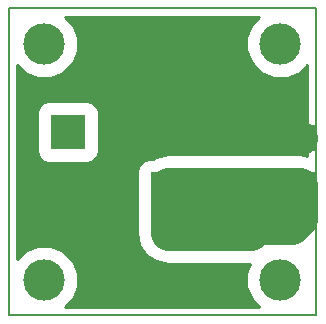
<source format=gtl>
G04 (created by PCBNEW (2013-mar-13)-testing) date Wed 05 Jun 2013 12:42:06 PM WEST*
%MOIN*%
G04 Gerber Fmt 3.4, Leading zero omitted, Abs format*
%FSLAX34Y34*%
G01*
G70*
G90*
G04 APERTURE LIST*
%ADD10C,0.005906*%
%ADD11C,0.137800*%
%ADD12R,0.118100X0.118100*%
%ADD13C,0.118100*%
%ADD14R,0.102362X0.086614*%
%ADD15R,0.118110X0.086614*%
%ADD16C,0.059055*%
%ADD17C,0.118110*%
%ADD18C,0.010000*%
G04 APERTURE END LIST*
G54D10*
X56692Y-29133D02*
X66929Y-29133D01*
X56692Y-39370D02*
X56692Y-29133D01*
X66929Y-39370D02*
X56692Y-39370D01*
X66929Y-39370D02*
X66929Y-29133D01*
G54D11*
X57874Y-38188D03*
X65748Y-38188D03*
X57874Y-30314D03*
X65748Y-30314D03*
G54D12*
X58661Y-33251D03*
G54D13*
X58661Y-35251D03*
G54D14*
X66417Y-35039D03*
X66417Y-33464D03*
G54D15*
X62007Y-35039D03*
X62007Y-33464D03*
G54D16*
X66141Y-36417D03*
X64763Y-36614D03*
X63385Y-36614D03*
X64763Y-35039D03*
X63385Y-35039D03*
X62007Y-36614D03*
X64763Y-32086D03*
X63385Y-32086D03*
X62007Y-32086D03*
X63385Y-33464D03*
X64763Y-33464D03*
G54D17*
X62007Y-35039D02*
X62007Y-35236D01*
X62007Y-35236D02*
X63385Y-36614D01*
X62007Y-35039D02*
X62007Y-36614D01*
X64763Y-35039D02*
X66141Y-36417D01*
X63385Y-35039D02*
X63385Y-35236D01*
X63385Y-35236D02*
X64763Y-36614D01*
X64763Y-36614D02*
X64763Y-35039D01*
X63385Y-36614D02*
X63385Y-35039D01*
X66141Y-36417D02*
X64960Y-36417D01*
X64960Y-36417D02*
X64763Y-36614D01*
X66417Y-35039D02*
X66417Y-36141D01*
X66417Y-36141D02*
X66141Y-36417D01*
X63385Y-36614D02*
X64763Y-36614D01*
X62007Y-36614D02*
X63385Y-36614D01*
X62007Y-35039D02*
X63385Y-35039D01*
X63385Y-35039D02*
X64763Y-35039D01*
X64763Y-35039D02*
X66417Y-35039D01*
X62007Y-35039D02*
X62007Y-35039D01*
X64763Y-33464D02*
X64763Y-32086D01*
X66417Y-33464D02*
X64763Y-33464D01*
X63385Y-33464D02*
X63385Y-32086D01*
X62007Y-33464D02*
X62007Y-32086D01*
X62007Y-33464D02*
X63385Y-33464D01*
X63385Y-33464D02*
X64763Y-33464D01*
X62007Y-33464D02*
X60433Y-33464D01*
X59826Y-35251D02*
X60334Y-34744D01*
X59826Y-35251D02*
X58661Y-35251D01*
X60334Y-33562D02*
X60334Y-34744D01*
X60433Y-33464D02*
X60334Y-33562D01*
G54D10*
G36*
X66649Y-34051D02*
X66417Y-34005D01*
X64763Y-34005D01*
X64763Y-34005D01*
X64763Y-34005D01*
X63385Y-34005D01*
X62007Y-34005D01*
X61612Y-34083D01*
X61494Y-34162D01*
X61329Y-34162D01*
X61165Y-34230D01*
X61041Y-34354D01*
X60973Y-34518D01*
X60973Y-34694D01*
X60973Y-35039D01*
X60973Y-35236D01*
X60973Y-35236D01*
X60973Y-35236D01*
X60973Y-35560D01*
X60973Y-36614D01*
X61052Y-37009D01*
X61276Y-37345D01*
X61612Y-37569D01*
X62007Y-37648D01*
X63385Y-37648D01*
X64746Y-37648D01*
X64615Y-37962D01*
X64615Y-38413D01*
X64787Y-38829D01*
X65047Y-39090D01*
X59695Y-39090D01*
X59695Y-33930D01*
X59695Y-33754D01*
X59695Y-32573D01*
X59628Y-32410D01*
X59503Y-32285D01*
X59340Y-32217D01*
X59163Y-32217D01*
X57982Y-32217D01*
X57819Y-32285D01*
X57694Y-32410D01*
X57627Y-32573D01*
X57627Y-32749D01*
X57627Y-33930D01*
X57694Y-34093D01*
X57819Y-34218D01*
X57982Y-34286D01*
X58159Y-34286D01*
X59340Y-34286D01*
X59503Y-34218D01*
X59628Y-34093D01*
X59695Y-33930D01*
X59695Y-39090D01*
X58574Y-39090D01*
X58833Y-38831D01*
X59006Y-38415D01*
X59006Y-37964D01*
X58834Y-37548D01*
X58516Y-37229D01*
X58100Y-37056D01*
X57649Y-37056D01*
X57233Y-37228D01*
X56972Y-37488D01*
X56972Y-31015D01*
X57231Y-31274D01*
X57647Y-31447D01*
X58098Y-31447D01*
X58514Y-31275D01*
X58833Y-30957D01*
X59006Y-30541D01*
X59006Y-30090D01*
X58834Y-29674D01*
X58574Y-29413D01*
X65047Y-29413D01*
X64788Y-29672D01*
X64615Y-30088D01*
X64615Y-30539D01*
X64787Y-30955D01*
X65105Y-31274D01*
X65521Y-31447D01*
X65972Y-31447D01*
X66388Y-31275D01*
X66649Y-31015D01*
X66649Y-34051D01*
X66649Y-34051D01*
G37*
G54D18*
X66649Y-34051D02*
X66417Y-34005D01*
X64763Y-34005D01*
X64763Y-34005D01*
X64763Y-34005D01*
X63385Y-34005D01*
X62007Y-34005D01*
X61612Y-34083D01*
X61494Y-34162D01*
X61329Y-34162D01*
X61165Y-34230D01*
X61041Y-34354D01*
X60973Y-34518D01*
X60973Y-34694D01*
X60973Y-35039D01*
X60973Y-35236D01*
X60973Y-35236D01*
X60973Y-35236D01*
X60973Y-35560D01*
X60973Y-36614D01*
X61052Y-37009D01*
X61276Y-37345D01*
X61612Y-37569D01*
X62007Y-37648D01*
X63385Y-37648D01*
X64746Y-37648D01*
X64615Y-37962D01*
X64615Y-38413D01*
X64787Y-38829D01*
X65047Y-39090D01*
X59695Y-39090D01*
X59695Y-33930D01*
X59695Y-33754D01*
X59695Y-32573D01*
X59628Y-32410D01*
X59503Y-32285D01*
X59340Y-32217D01*
X59163Y-32217D01*
X57982Y-32217D01*
X57819Y-32285D01*
X57694Y-32410D01*
X57627Y-32573D01*
X57627Y-32749D01*
X57627Y-33930D01*
X57694Y-34093D01*
X57819Y-34218D01*
X57982Y-34286D01*
X58159Y-34286D01*
X59340Y-34286D01*
X59503Y-34218D01*
X59628Y-34093D01*
X59695Y-33930D01*
X59695Y-39090D01*
X58574Y-39090D01*
X58833Y-38831D01*
X59006Y-38415D01*
X59006Y-37964D01*
X58834Y-37548D01*
X58516Y-37229D01*
X58100Y-37056D01*
X57649Y-37056D01*
X57233Y-37228D01*
X56972Y-37488D01*
X56972Y-31015D01*
X57231Y-31274D01*
X57647Y-31447D01*
X58098Y-31447D01*
X58514Y-31275D01*
X58833Y-30957D01*
X59006Y-30541D01*
X59006Y-30090D01*
X58834Y-29674D01*
X58574Y-29413D01*
X65047Y-29413D01*
X64788Y-29672D01*
X64615Y-30088D01*
X64615Y-30539D01*
X64787Y-30955D01*
X65105Y-31274D01*
X65521Y-31447D01*
X65972Y-31447D01*
X66388Y-31275D01*
X66649Y-31015D01*
X66649Y-34051D01*
M02*

</source>
